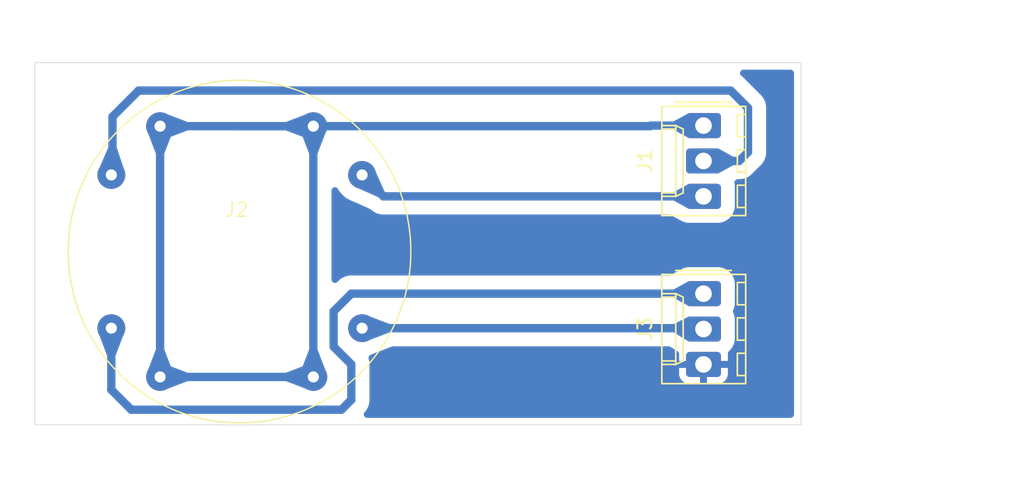
<source format=kicad_pcb>
(kicad_pcb (version 20241229) (generator "pcbnew") (generator_version "9.0")
  (layers (0 "F.Cu" signal) (2 "B.Cu" signal) (13 "F.Paste" user) (15 "B.Paste" user) (5 "F.SilkS" user "F.Silkscreen") (7 "B.SilkS" user "B.Silkscreen") (1 "F.Mask" user) (3 "B.Mask" user) (25 "Edge.Cuts" user))
  (net 0 "")
  (net 1 "+3.3V")
  (net 2 "GND")
  (net 3 "LDR_SD")
  (net 4 "LDR_SI")
  (net 5 "LDR_II")
  (net 6 "LDR_ID")
  (footprint "Connector_Molex:Molex_KK-254_AE-6410-03A_1x03_P2.54mm_Vertical" (layer "F.Cu") (at 198 68.58 -90)
    (property "Reference" "J3" (at 2.54 4.205 90) (layer "F.SilkS"))
    (property "Value" "Conn_01x03")
    (fp_line (start -1.38 2.99) (end 6.46 2.99) (stroke (width 0.12)) (layer "F.SilkS"))
    (fp_line (start 0 2.99) (end 0 1.99) (stroke (width 0.12)) (layer "F.SilkS"))
    (fp_line (start 0.25 2.99) (end 0.25 1.99) (stroke (width 0.12)) (layer "F.SilkS"))
    (fp_line (start 4.83 2.99) (end 4.83 1.99) (stroke (width 0.12)) (layer "F.SilkS"))
    (fp_line (start 6.46 2.99) (end 6.46 -3.03) (stroke (width 0.12)) (layer "F.SilkS"))
    (fp_line (start 0 1.99) (end 5.08 1.99) (stroke (width 0.12)) (layer "F.SilkS"))
    (fp_line (start 0 1.99) (end 0.25 1.46) (stroke (width 0.12)) (layer "F.SilkS"))
    (fp_line (start 5.08 1.99) (end 5.08 2.99) (stroke (width 0.12)) (layer "F.SilkS"))
    (fp_line (start 0.25 1.46) (end 4.83 1.46) (stroke (width 0.12)) (layer "F.SilkS"))
    (fp_line (start 4.83 1.46) (end 5.08 1.99) (stroke (width 0.12)) (layer "F.SilkS"))
    (fp_line (start -1.67 -2) (end -1.67 2) (stroke (width 0.12)) (layer "F.SilkS"))
    (fp_line (start -0.8 -2.43) (end 0.8 -2.43) (stroke (width 0.12)) (layer "F.SilkS"))
    (fp_line (start 0.8 -2.43) (end 0.8 -3.03) (stroke (width 0.12)) (layer "F.SilkS"))
    (fp_line (start 1.74 -2.43) (end 3.34 -2.43) (stroke (width 0.12)) (layer "F.SilkS"))
    (fp_line (start 3.34 -2.43) (end 3.34 -3.03) (stroke (width 0.12)) (layer "F.SilkS"))
    (fp_line (start 4.28 -2.43) (end 5.88 -2.43) (stroke (width 0.12)) (layer "F.SilkS"))
    (fp_line (start 5.88 -2.43) (end 5.88 -3.03) (stroke (width 0.12)) (layer "F.SilkS"))
    (fp_line (start -1.38 -3.03) (end -1.38 2.99) (stroke (width 0.12)) (layer "F.SilkS"))
    (fp_line (start -0.8 -3.03) (end -0.8 -2.43) (stroke (width 0.12)) (layer "F.SilkS"))
    (fp_line (start 1.74 -3.03) (end 1.74 -2.43) (stroke (width 0.12)) (layer "F.SilkS"))
    (fp_line (start 4.28 -3.03) (end 4.28 -2.43) (stroke (width 0.12)) (layer "F.SilkS"))
    (fp_line (start 6.46 -3.03) (end -1.38 -3.03) (stroke (width 0.12)) (layer "F.SilkS"))
    (pad "1" thru_hole roundrect (at 0 0 270) (size 1.8 2.5) (drill 1.19) (layers "*.Cu" "*.Mask") (roundrect_rratio 0.143678) (net 5 "LDR_II"))
    (pad "2" thru_hole roundrect (at 2.54 0 270) (size 1.8 2.5) (drill 1.19) (layers "*.Cu" "*.Mask") (roundrect_rratio 0.143678) (net 6 "LDR_ID"))
    (pad "3" thru_hole roundrect (at 5.08 0 270) (size 1.8 2.5) (drill 1.19) (layers "*.Cu" "*.Mask") (roundrect_rratio 0.143678) (net 2 "GND"))
  )
  (footprint "@EmersonPrez15:LDR_PANEL" (layer "F.Cu") (at 164.991748 65.558374)
    (property "Reference" "J2" (at -0.5 -3 0) (layer "F.SilkS") (effects (font (thickness 0.1))))
    (property "Value" "Conn_01x08")
    (fp_circle (center -0.298374 0) (end -11.298374 -5.5) (stroke (width 0.1)) (fill no) (layer "F.SilkS"))
    (pad "1" thru_hole circle (at -9.5 5.5 180) (size 2 2) (drill 0.8) (layers "*.Cu" "*.Mask") (net 5 "LDR_II"))
    (pad "2" thru_hole circle (at -6 9 90) (size 2 2) (drill 0.8) (layers "*.Cu" "*.Mask") (net 1 "+3.3V"))
    (pad "3" thru_hole circle (at 5 9 90) (size 2 2) (drill 0.8) (layers "*.Cu" "*.Mask") (net 1 "+3.3V"))
    (pad "4" thru_hole circle (at 8.5 5.5 180) (size 2 2) (drill 0.8) (layers "*.Cu" "*.Mask") (net 6 "LDR_ID"))
    (pad "5" thru_hole circle (at 8.5 -5.5 180) (size 2 2) (drill 0.8) (layers "*.Cu" "*.Mask") (net 3 "LDR_SD"))
    (pad "6" thru_hole circle (at 5 -9 90) (size 2 2) (drill 0.8) (layers "*.Cu" "*.Mask") (net 1 "+3.3V"))
    (pad "7" thru_hole circle (at -6 -9 90) (size 2 2) (drill 0.8) (layers "*.Cu" "*.Mask") (net 1 "+3.3V"))
    (pad "8" thru_hole circle (at -9.5 -5.5 180) (size 2 2) (drill 0.8) (layers "*.Cu" "*.Mask") (net 4 "LDR_SI"))
  )
  (footprint "Connector_Molex:Molex_KK-254_AE-6410-03A_1x03_P2.54mm_Vertical" (layer "F.Cu") (at 198 56.515 -90)
    (property "Reference" "J1" (at 2.54 4.205 90) (layer "F.SilkS"))
    (property "Value" "Conn_01x03")
    (fp_line (start -1.38 2.99) (end 6.46 2.99) (stroke (width 0.12)) (layer "F.SilkS"))
    (fp_line (start 0 2.99) (end 0 1.99) (stroke (width 0.12)) (layer "F.SilkS"))
    (fp_line (start 0.25 2.99) (end 0.25 1.99) (stroke (width 0.12)) (layer "F.SilkS"))
    (fp_line (start 4.83 2.99) (end 4.83 1.99) (stroke (width 0.12)) (layer "F.SilkS"))
    (fp_line (start 6.46 2.99) (end 6.46 -3.03) (stroke (width 0.12)) (layer "F.SilkS"))
    (fp_line (start 0 1.99) (end 5.08 1.99) (stroke (width 0.12)) (layer "F.SilkS"))
    (fp_line (start 0 1.99) (end 0.25 1.46) (stroke (width 0.12)) (layer "F.SilkS"))
    (fp_line (start 5.08 1.99) (end 5.08 2.99) (stroke (width 0.12)) (layer "F.SilkS"))
    (fp_line (start 0.25 1.46) (end 4.83 1.46) (stroke (width 0.12)) (layer "F.SilkS"))
    (fp_line (start 4.83 1.46) (end 5.08 1.99) (stroke (width 0.12)) (layer "F.SilkS"))
    (fp_line (start -1.67 -2) (end -1.67 2) (stroke (width 0.12)) (layer "F.SilkS"))
    (fp_line (start -0.8 -2.43) (end 0.8 -2.43) (stroke (width 0.12)) (layer "F.SilkS"))
    (fp_line (start 0.8 -2.43) (end 0.8 -3.03) (stroke (width 0.12)) (layer "F.SilkS"))
    (fp_line (start 1.74 -2.43) (end 3.34 -2.43) (stroke (width 0.12)) (layer "F.SilkS"))
    (fp_line (start 3.34 -2.43) (end 3.34 -3.03) (stroke (width 0.12)) (layer "F.SilkS"))
    (fp_line (start 4.28 -2.43) (end 5.88 -2.43) (stroke (width 0.12)) (layer "F.SilkS"))
    (fp_line (start 5.88 -2.43) (end 5.88 -3.03) (stroke (width 0.12)) (layer "F.SilkS"))
    (fp_line (start -1.38 -3.03) (end -1.38 2.99) (stroke (width 0.12)) (layer "F.SilkS"))
    (fp_line (start -0.8 -3.03) (end -0.8 -2.43) (stroke (width 0.12)) (layer "F.SilkS"))
    (fp_line (start 1.74 -3.03) (end 1.74 -2.43) (stroke (width 0.12)) (layer "F.SilkS"))
    (fp_line (start 4.28 -3.03) (end 4.28 -2.43) (stroke (width 0.12)) (layer "F.SilkS"))
    (fp_line (start 6.46 -3.03) (end -1.38 -3.03) (stroke (width 0.12)) (layer "F.SilkS"))
    (pad "1" thru_hole roundrect (at 0 0 270) (size 1.8 2.5) (drill 1.19) (layers "*.Cu" "*.Mask") (roundrect_rratio 0.143678) (net 1 "+3.3V"))
    (pad "2" thru_hole roundrect (at 2.54 0 270) (size 1.8 2.5) (drill 1.19) (layers "*.Cu" "*.Mask") (roundrect_rratio 0.143678) (net 4 "LDR_SI"))
    (pad "3" thru_hole roundrect (at 5.08 0 270) (size 1.8 2.5) (drill 1.19) (layers "*.Cu" "*.Mask") (roundrect_rratio 0.143678) (net 3 "LDR_SD"))
  )
  (gr_rect (start 150 52) (end 205 78) (stroke (width 0.05)) (fill no) (layer "Edge.Cuts"))
  (segment (start 198.02 57.15) (end 197.385 56.515) (width 0.6) (layer "B.Cu") (net 1))
  (segment (start 194.21 56.515) (end 194.166626 56.558374) (width 0.6) (layer "B.Cu") (net 1))
  (segment (start 158.991748 74.558374) (end 169.991748 74.558374) (width 0.6) (layer "B.Cu") (net 1))
  (segment (start 194.166626 56.558374) (end 164.418435 56.558374) (width 0.6) (layer "B.Cu") (net 1))
  (segment (start 169.991748 74.558374) (end 169.991748 56.558374) (width 0.6) (layer "B.Cu") (net 1))
  (segment (start 197.385 56.515) (end 194.21 56.515) (width 0.6) (layer "B.Cu") (net 1))
  (segment (start 158.991748 56.558374) (end 169.991748 56.558374) (width 0.6) (layer "B.Cu") (net 1))
  (segment (start 158.991748 74.558374) (end 158.991748 56.558374) (width 0.6) (layer "B.Cu") (net 1))
  (segment (start 175.028374 61.595) (end 173.491748 60.058374) (width 0.6) (layer "B.Cu") (net 3))
  (segment (start 198 61.595) (end 175.028374 61.595) (width 0.6) (layer "B.Cu") (net 3))
  (segment (start 199.9504 54.0004) (end 157.4546 54.0004) (width 0.6) (layer "B.Cu") (net 4))
  (segment (start 201.195 55.245) (end 199.9504 54.0004) (width 0.6) (layer "B.Cu") (net 4))
  (segment (start 198 59.055) (end 200.56 59.055) (width 0.6) (layer "B.Cu") (net 4))
  (segment (start 200.56 59.055) (end 201.195 58.42) (width 0.6) (layer "B.Cu") (net 4))
  (segment (start 201.195 58.42) (end 201.195 55.245) (width 0.6) (layer "B.Cu") (net 4))
  (segment (start 155.575 55.88) (end 155.575 59.975122) (width 0.6) (layer "B.Cu") (net 4))
  (segment (start 157.4546 54.0004) (end 155.575 55.88) (width 0.6) (layer "B.Cu") (net 4))
  (segment (start 155.575 59.975122) (end 155.491748 60.058374) (width 0.6) (layer "B.Cu") (net 4))
  (segment (start 172.0088 76.9112) (end 156.9212 76.9112) (width 0.6) (layer "B.Cu") (net 5))
  (segment (start 171.45 72.39) (end 172.72 73.66) (width 0.6) (layer "B.Cu") (net 5))
  (segment (start 198 68.58) (end 172.72 68.58) (width 0.6) (layer "B.Cu") (net 5))
  (segment (start 156.9212 76.9112) (end 155.491748 75.481748) (width 0.6) (layer "B.Cu") (net 5))
  (segment (start 172.72 73.66) (end 172.72 76.2) (width 0.6) (layer "B.Cu") (net 5))
  (segment (start 155.491748 75.481748) (end 155.491748 71.058374) (width 0.6) (layer "B.Cu") (net 5))
  (segment (start 172.72 76.2) (end 172.0088 76.9112) (width 0.6) (layer "B.Cu") (net 5))
  (segment (start 172.72 68.58) (end 171.45 69.85) (width 0.6) (layer "B.Cu") (net 5))
  (segment (start 171.45 69.85) (end 171.45 72.39) (width 0.6) (layer "B.Cu") (net 5))
  (segment (start 198 71.12) (end 197.938374 71.058374) (width 0.6) (layer "B.Cu") (net 6))
  (segment (start 197.938374 71.058374) (end 173.491748 71.058374) (width 0.6) (layer "B.Cu") (net 6))
  (zone (net 2) (net_name "GND") (layer "B.Cu") (connect_pads (clearance 1)) (min_thickness 0.5) (fill yes (thermal_gap 0.5) (thermal_bridge_width 0.5))
    (polygon (pts (xy 147.5 47.5) (xy 221.0204 47.5) (xy 221.0204 82.5) (xy 147.5 82.5)))
  )
)
</source>
